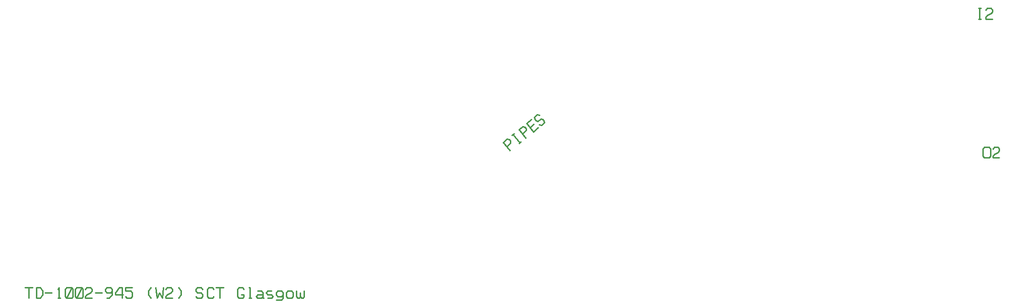
<source format=gbr>
*
G4_C Author: OrCAD GerbTool(tm) 8.1.1 Wed Jun 18 21:21:11 2003*
%LPD*%
%LNsilkscreen*%
%FSLAX34Y34*%
%MOIN*%
%AD*%
%AMD25R98*
20,1,0.025000,0.000000,-0.035000,0.000000,0.035000,98.600000*
%
%AMD10R98*
20,1,0.050000,-0.025000,0.000000,0.025000,0.000000,98.600000*
%
%AMD25R98N2*
20,1,0.025000,0.000000,-0.035000,0.000000,0.035000,98.600000*
%
%AMD10R98N2*
20,1,0.050000,-0.025000,0.000000,0.025000,0.000000,98.600000*
%
%AMD25R86*
20,1,0.025000,0.000000,-0.035000,0.000000,0.035000,86.080000*
%
%AMD10R86*
20,1,0.050000,-0.025000,0.000000,0.025000,0.000000,86.080000*
%
%AMD16R5*
20,1,0.025000,-0.035000,0.000000,0.035000,0.000000,5.450000*
%
%AMD10R5*
20,1,0.050000,-0.025000,0.000000,0.025000,0.000000,5.450000*
%
%AMD16R5N2*
20,1,0.025000,-0.035000,0.000000,0.035000,0.000000,5.450000*
%
%AMD10R5N2*
20,1,0.050000,-0.025000,0.000000,0.025000,0.000000,5.450000*
%
%AMD32R3*
20,1,0.025000,0.034920,-0.002390,-0.034920,0.002390,3.950000*
%
%AMD33R3*
20,1,0.050000,-0.001710,-0.024940,0.001710,0.024940,3.950000*
%
%AMD32R3N2*
20,1,0.025000,0.034920,-0.002390,-0.034920,0.002390,3.910000*
%
%AMD33R3N2*
20,1,0.050000,-0.001710,-0.024940,0.001710,0.024940,3.910000*
%
%AMD32R3N3*
20,1,0.025000,0.034920,-0.002390,-0.034920,0.002390,3.920000*
%
%AMD33R3N3*
20,1,0.050000,-0.001710,-0.024940,0.001710,0.024940,3.920000*
%
%AMD29R81*
20,1,0.022000,0.000000,-0.040000,0.000000,0.040000,81.800000*
%
%AMD54R81*
20,1,0.050000,-0.025000,0.000000,0.025000,0.000000,81.800000*
%
%AMD29R87*
20,1,0.022000,0.000000,-0.040000,0.000000,0.040000,87.000000*
%
%AMD54R87*
20,1,0.050000,-0.025000,0.000000,0.025000,0.000000,87.000000*
%
%ADD10R,0.050000X0.050000*%
%ADD11C,0.006000*%
%ADD12C,0.019000*%
%ADD13C,0.007900*%
%ADD14C,0.005000*%
%ADD15C,0.000800*%
%ADD16R,0.070000X0.025000*%
%ADD17R,0.068000X0.023000*%
%ADD18C,0.006000*%
%ADD19C,0.009800*%
%ADD20C,0.010000*%
%ADD21C,0.030000*%
%ADD22C,0.060000*%
%ADD23C,0.035000*%
%ADD24C,0.055000*%
%ADD25R,0.025000X0.070000*%
%ADD26C,0.010000*%
%ADD27R,0.029000X0.058000*%
%ADD28R,0.031000X0.060000*%
%ADD29R,0.022000X0.080000*%
%ADD30R,0.024000X0.082000*%
%ADD31D10R98N2*%
%ADD32D25R86*%
%ADD33D10R86*%
%ADD34D16R5*%
%ADD35D10R5*%
%ADD36D16R5N2*%
%ADD37D10R5N2*%
%ADD38D25R98N2*%
%ADD39D10R98N2*%
%ADD40D25R86*%
%ADD41D10R86*%
%ADD42D16R5*%
%ADD43D10R5*%
%ADD44D16R5N2*%
%ADD45D10R5N2*%
%ADD46D32R3*%
%ADD47D33R3*%
%ADD48R,0.070000X0.025000*%
%ADD49D33R3N2*%
%ADD50C,0.011000*%
%ADD51C,0.036000*%
%ADD52C,0.015000*%
%ADD53R,0.070000X0.025000*%
%ADD54R,0.050000X0.050000*%
%ADD55C,0.010000*%
%ADD56D29R81*%
%ADD57D54R81*%
%ADD58D29R87*%
%ADD59D54R87*%
%ADD256R,0.058000X0.029000*%
G4_C OrCAD GerbTool Tool List *
G4_D50 1 0.0110 T 0 0*
G4_D51 3 0.0360 T 0 0*
G4_D52 2 0.0150 T 0 0*
G54D20*
G1X13240Y5815D2*
G1X13240Y5065D1*
G1X12977Y5815D2*
G1X13502Y5815D1*
G1X14027Y5815D2*
G1X14202Y5565D1*
G1X14202Y5315D1*
G1X14027Y5065D1*
G1X13765Y5815D2*
G1X13765Y5065D1*
G1X13765Y5815D2*
G1X14027Y5815D1*
G1X14027Y5065D2*
G1X13765Y5065D1*
G1X14377Y5440D2*
G1X14815Y5440D1*
G1X15340Y5815D2*
G1X15340Y5065D1*
G1X15252Y5065D2*
G1X15427Y5065D1*
G1X15340Y5815D2*
G1X15252Y5690D1*
G1X15865Y5815D2*
G1X16215Y5815D1*
G1X16302Y5690D1*
G1X16302Y5190D1*
G1X16215Y5065D1*
G1X15865Y5065D1*
G1X15777Y5190D1*
G1X15777Y5690D1*
G1X15865Y5815D1*
G1X16215Y5815D2*
G1X15865Y5065D1*
G1X16565Y5815D2*
G1X16915Y5815D1*
G1X17002Y5690D1*
G1X17002Y5190D1*
G1X16915Y5065D1*
G1X16565Y5065D1*
G1X16477Y5190D1*
G1X16477Y5690D1*
G1X16565Y5815D1*
G1X16915Y5815D2*
G1X16565Y5065D1*
G1X17177Y5690D2*
G1X17265Y5815D1*
G1X17527Y5815D1*
G1X17615Y5690D1*
G1X17615Y5565D1*
G1X17527Y5440D1*
G1X17265Y5315D1*
G1X17177Y5190D1*
G1X17177Y5065D1*
G1X17615Y5065D1*
G1X17877Y5440D2*
G1X18315Y5440D1*
G1X18927Y5440D2*
G1X18665Y5440D1*
G1X18577Y5565D1*
G1X18577Y5690D1*
G1X18665Y5815D1*
G1X18927Y5815D1*
G1X19015Y5690D1*
G1X19015Y5315D1*
G1X18840Y5065D1*
G1X18665Y5065D1*
G1X18927Y5440D2*
G1X19015Y5565D1*
G1X19540Y5815D2*
G1X19715Y5815D1*
G1X19715Y5065D1*
G1X19540Y5815D2*
G1X19277Y5440D1*
G1X19277Y5315D1*
G1X19802Y5315D1*
G1X19977Y5815D2*
G1X20415Y5815D1*
G1X19977Y5815D2*
G1X19977Y5565D1*
G1X20327Y5565D1*
G1X20415Y5440D1*
G1X20415Y5190D1*
G1X20327Y5065D1*
G1X20065Y5065D1*
G1X19977Y5190D1*
G1X21727Y5815D2*
G1X21552Y5565D1*
G1X21552Y5315D1*
G1X21727Y5065D1*
G1X22077Y5815D2*
G1X22165Y5065D1*
G1X22340Y5440D1*
G1X22515Y5065D1*
G1X22602Y5815D1*
G1X22777Y5690D2*
G1X22865Y5815D1*
G1X23127Y5815D1*
G1X23215Y5690D1*
G1X23215Y5565D1*
G1X23127Y5440D1*
G1X22865Y5315D1*
G1X22777Y5190D1*
G1X22777Y5065D1*
G1X23215Y5065D1*
G1X23652Y5815D2*
G1X23827Y5565D1*
G1X23827Y5315D1*
G1X23652Y5065D1*
G1X25315Y5690D2*
G1X25227Y5815D1*
G1X24965Y5815D1*
G1X24877Y5690D1*
G1X24877Y5565D1*
G1X25315Y5315D2*
G1X25315Y5190D1*
G1X25227Y5065D1*
G1X24965Y5065D1*
G1X24877Y5190D1*
G1X24877Y5565D2*
G1X24965Y5440D1*
G1X25227Y5440D1*
G1X25315Y5315D1*
G1X26102Y5690D2*
G1X26015Y5815D1*
G1X25752Y5815D1*
G1X25752Y5065D2*
G1X26015Y5065D1*
G1X26102Y5190D1*
G1X25665Y5690D2*
G1X25665Y5190D1*
G1X25752Y5815D2*
G1X25665Y5690D1*
G1X25665Y5190D2*
G1X25752Y5065D1*
G1X26540Y5815D2*
G1X26540Y5065D1*
G1X26277Y5815D2*
G1X26802Y5815D1*
G1X28202Y5690D2*
G1X28115Y5815D1*
G1X27852Y5815D1*
G1X28202Y5315D2*
G1X28027Y5315D1*
G1X27852Y5815D2*
G1X27765Y5690D1*
G1X27765Y5190D1*
G1X27852Y5065D1*
G1X28202Y5315D2*
G1X28202Y5190D1*
G1X28115Y5065D1*
G1X27852Y5065D1*
G1X28640Y5815D2*
G1X28640Y5065D1*
G1X28640Y5815D2*
G1X28552Y5815D1*
G1X28552Y5065D2*
G1X28727Y5065D1*
G1X29165Y5565D2*
G1X29427Y5565D1*
G1X29515Y5440D1*
G1X29515Y5065D1*
G1X29602Y5065D1*
G1X29165Y5315D2*
G1X29077Y5190D1*
G1X29165Y5065D1*
G1X29165Y5315D2*
G1X29515Y5315D1*
G1X29515Y5190D2*
G1X29427Y5065D1*
G1X29165Y5065D1*
G1X29865Y5565D2*
G1X29777Y5440D1*
G1X29865Y5315D1*
G1X30127Y5315D1*
G1X30215Y5190D1*
G1X30127Y5065D1*
G1X29865Y5565D2*
G1X30127Y5565D1*
G1X29865Y5065D2*
G1X30127Y5065D1*
G1X30565Y5565D2*
G1X30477Y5440D1*
G1X30477Y5315D1*
G1X30565Y5190D1*
G1X30827Y4940D2*
G1X30477Y4940D1*
G1X30915Y5065D2*
G1X30827Y4940D1*
G1X30565Y5190D2*
G1X30827Y5190D1*
G1X30915Y5315D1*
G1X30565Y5565D2*
G1X30827Y5565D1*
G1X30915Y5440D1*
G1X30915Y5065D1*
G1X31265Y5565D2*
G1X31527Y5565D1*
G1X31615Y5440D1*
G1X31615Y5190D1*
G1X31527Y5065D1*
G1X31265Y5065D1*
G1X31177Y5190D1*
G1X31177Y5440D1*
G1X31265Y5565D1*
G1X31877Y5565D2*
G1X31877Y5190D1*
G1X31965Y5065D1*
G1X32052Y5065D1*
G1X32140Y5190D1*
G1X32140Y5440D1*
G1X32140Y5190D2*
G1X32227Y5065D1*
G1X32315Y5065D1*
G1X32402Y5190D1*
G1X32402Y5565D1*
G1X79751Y15613D2*
G1X79664Y15488D1*
G1X79664Y14988D1*
G1X79751Y14863D1*
G1X80101Y14863D1*
G1X80189Y14988D1*
G1X80189Y15488D1*
G1X80101Y15613D1*
G1X79751Y15613D1*
G1X80364Y15488D2*
G1X80451Y15613D1*
G1X80714Y15613D1*
G1X80801Y15488D1*
G1X80801Y15363D1*
G1X80714Y15238D1*
G1X80451Y15113D1*
G1X80364Y14988D1*
G1X80364Y14863D1*
G1X80801Y14863D1*
G1X79437Y25311D2*
G1X79437Y24561D1*
G1X79350Y25311D2*
G1X79525Y25311D1*
G1X79525Y24561D2*
G1X79350Y24561D1*
G1X79875Y25186D2*
G1X79962Y25311D1*
G1X80225Y25311D1*
G1X80312Y25186D1*
G1X80312Y25061D1*
G1X80225Y24936D1*
G1X79962Y24811D1*
G1X79875Y24686D1*
G1X79875Y24561D1*
G1X80312Y24561D1*
G1X46536Y16173D2*
G1X46682Y16130D1*
G1X46761Y16033D1*
G1X46772Y15881D1*
G1X46264Y15952D2*
G1X46736Y15369D1*
G1X46536Y16173D2*
G1X46264Y15952D1*
G1X46772Y15881D2*
G1X46500Y15661D1*
G1X46944Y16503D2*
G1X47416Y15920D1*
G1X46876Y16448D2*
G1X47012Y16558D1*
G1X47484Y15975D2*
G1X47348Y15865D1*
G1X47624Y17054D2*
G1X47771Y17011D1*
G1X47849Y16914D1*
G1X47860Y16762D1*
G1X47352Y16833D2*
G1X47824Y16250D1*
G1X47624Y17054D2*
G1X47352Y16833D1*
G1X47860Y16762D2*
G1X47588Y16542D1*
G1X47896Y17274D2*
G1X48368Y16691D1*
G1X47896Y17274D2*
G1X48236Y17549D1*
G1X48368Y16691D2*
G1X48708Y16966D1*
G1X48132Y16982D2*
G1X48404Y17203D1*
G1X48791Y17837D2*
G1X48644Y17880D1*
G1X48440Y17714D1*
G1X48451Y17562D1*
G1X48529Y17465D1*
G1X49026Y17546D2*
G1X49105Y17449D1*
G1X49116Y17297D1*
G1X48912Y17131D1*
G1X48765Y17174D1*
G1X48529Y17465D2*
G1X48676Y17423D1*
G1X48880Y17588D1*
G1X49026Y17546D1*
M2*

</source>
